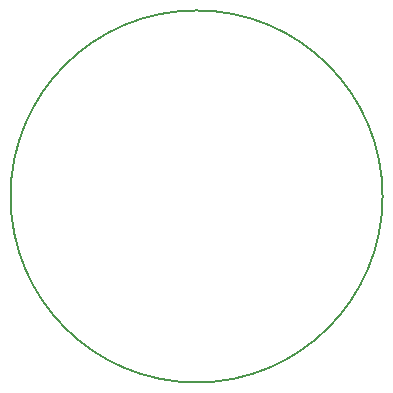
<source format=gm1>
G04 #@! TF.GenerationSoftware,KiCad,Pcbnew,9.0.0*
G04 #@! TF.CreationDate,2025-04-18T11:45:23+02:00*
G04 #@! TF.ProjectId,WakeBand,57616b65-4261-46e6-942e-6b696361645f,rev?*
G04 #@! TF.SameCoordinates,Original*
G04 #@! TF.FileFunction,Profile,NP*
%FSLAX46Y46*%
G04 Gerber Fmt 4.6, Leading zero omitted, Abs format (unit mm)*
G04 Created by KiCad (PCBNEW 9.0.0) date 2025-04-18 11:45:23*
%MOMM*%
%LPD*%
G01*
G04 APERTURE LIST*
G04 #@! TA.AperFunction,Profile*
%ADD10C,0.200000*%
G04 #@! TD*
G04 APERTURE END LIST*
D10*
X262550000Y-108100000D02*
G75*
G02*
X231050000Y-108100000I-15750000J0D01*
G01*
X231050000Y-108100000D02*
G75*
G02*
X262550000Y-108100000I15750000J0D01*
G01*
M02*

</source>
